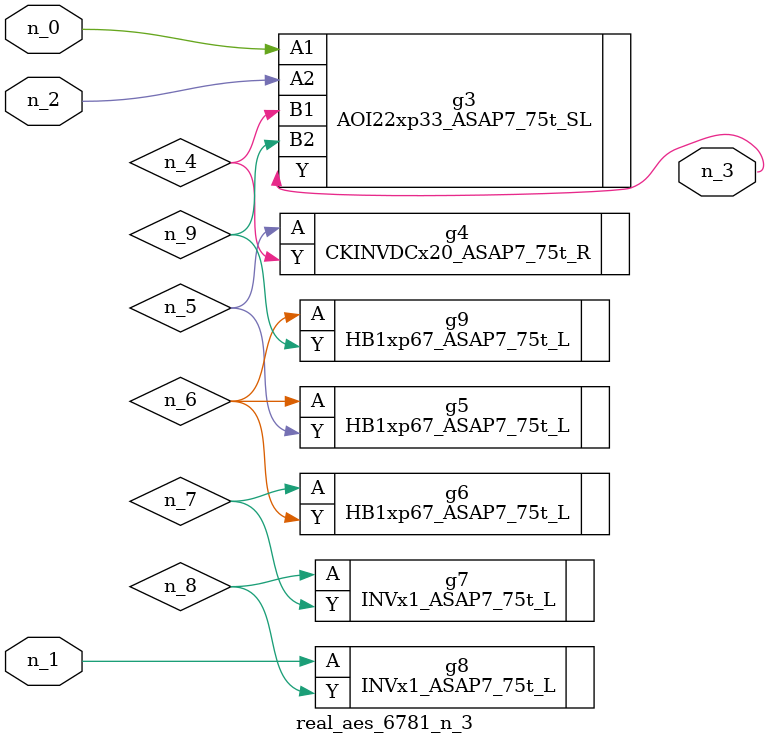
<source format=v>
module real_aes_6781_n_3 (n_0, n_2, n_1, n_3);
input n_0;
input n_2;
input n_1;
output n_3;
wire n_4;
wire n_5;
wire n_7;
wire n_9;
wire n_6;
wire n_8;
AOI22xp33_ASAP7_75t_SL g3 ( .A1(n_0), .A2(n_2), .B1(n_4), .B2(n_9), .Y(n_3) );
INVx1_ASAP7_75t_L g8 ( .A(n_1), .Y(n_8) );
CKINVDCx20_ASAP7_75t_R g4 ( .A(n_5), .Y(n_4) );
HB1xp67_ASAP7_75t_L g5 ( .A(n_6), .Y(n_5) );
HB1xp67_ASAP7_75t_L g9 ( .A(n_6), .Y(n_9) );
HB1xp67_ASAP7_75t_L g6 ( .A(n_7), .Y(n_6) );
INVx1_ASAP7_75t_L g7 ( .A(n_8), .Y(n_7) );
endmodule
</source>
